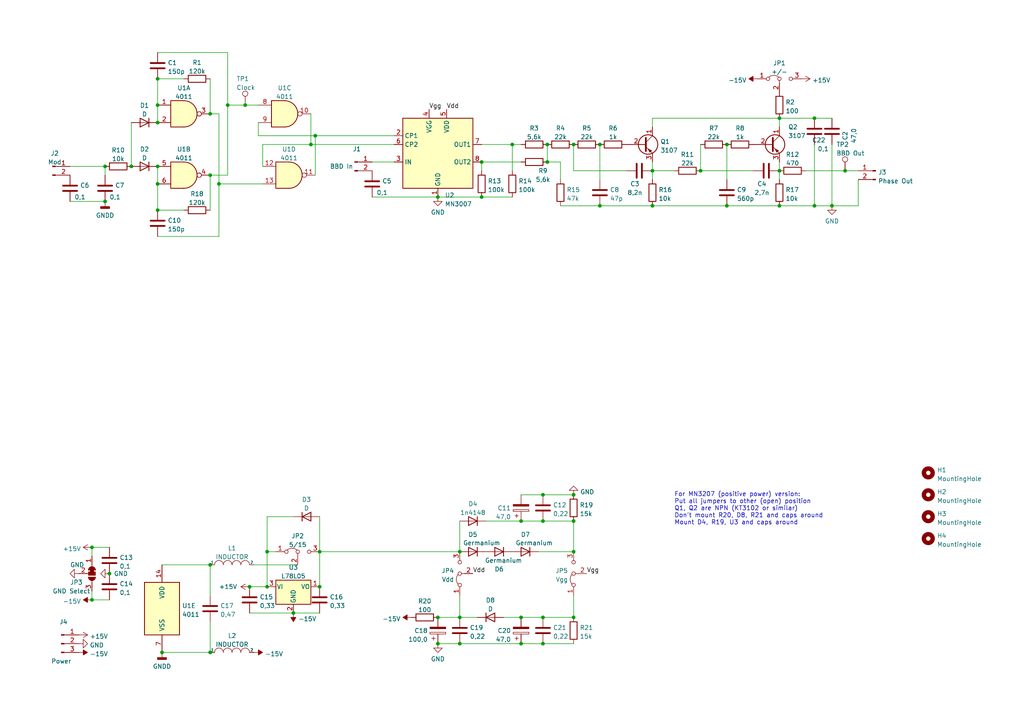
<source format=kicad_sch>
(kicad_sch (version 20211123) (generator eeschema)
  (paper "A4")
  (lib_symbols
    (symbol "4xxx:4011" (pin_names (offset 1.016))
      (property "Reference" "U" (at 0 1.27 0))
      (property "Value" "4011" (at 0 -1.27 0))
      (symbol "4011_1_1"
        (arc (start 0 -3.81) (mid 3.81 0) (end 0 3.81) (stroke (width 0.254)) (fill (type background)))
        (polyline (pts (xy 0 3.81) (xy -3.81 3.81) (xy -3.81 -3.81) (xy 0 -3.81)) (stroke (width 0.254)) (fill (type background)))
        (pin input line (at -7.62 2.54 0) (length 3.81) (name "~") (number "1"))
        (pin input line (at -7.62 -2.54 0) (length 3.81) (name "~") (number "2"))
        (pin output inverted (at 7.62 0 180) (length 3.81) (name "~") (number "3"))
      )
      (symbol "4011_1_2"
        (arc (start -3.81 -3.81) (mid -2.589 0) (end -3.81 3.81) (stroke (width 0.254)))
        (arc (start -0.6096 -3.81) (mid 2.1842 -2.5851) (end 3.81 0) (stroke (width 0.254)) (fill (type background)))
        (polyline (pts (xy -3.81 -3.81) (xy -0.635 -3.81)) (stroke (width 0.254)) (fill (type background)))
        (polyline (pts (xy -3.81 3.81) (xy -0.635 3.81)) (stroke (width 0.254)) (fill (type background)))
        (polyline (pts (xy -0.635 3.81) (xy -3.81 3.81) (xy -3.81 3.81) (xy -3.556 3.4036) (xy -3.0226 2.2606) (xy -2.6924 1.0414) (xy -2.6162 -0.254) (xy -2.7686 -1.4986) (xy -3.175 -2.7178) (xy -3.81 -3.81) (xy -3.81 -3.81) (xy -0.635 -3.81)) (stroke (width -25.4)) (fill (type background)))
        (arc (start 3.81 0) (mid 2.1915 2.5936) (end -0.6096 3.81) (stroke (width 0.254)) (fill (type background)))
        (pin input inverted (at -7.62 2.54 0) (length 4.318) (name "~") (number "1"))
        (pin input inverted (at -7.62 -2.54 0) (length 4.318) (name "~") (number "2"))
        (pin output line (at 7.62 0 180) (length 3.81) (name "~") (number "3"))
      )
      (symbol "4011_2_1"
        (arc (start 0 -3.81) (mid 3.81 0) (end 0 3.81) (stroke (width 0.254)) (fill (type background)))
        (polyline (pts (xy 0 3.81) (xy -3.81 3.81) (xy -3.81 -3.81) (xy 0 -3.81)) (stroke (width 0.254)) (fill (type background)))
        (pin output inverted (at 7.62 0 180) (length 3.81) (name "~") (number "4"))
        (pin input line (at -7.62 2.54 0) (length 3.81) (name "~") (number "5"))
        (pin input line (at -7.62 -2.54 0) (length 3.81) (name "~") (number "6"))
      )
      (symbol "4011_2_2"
        (arc (start -3.81 -3.81) (mid -2.589 0) (end -3.81 3.81) (stroke (width 0.254)))
        (arc (start -0.6096 -3.81) (mid 2.1842 -2.5851) (end 3.81 0) (stroke (width 0.254)) (fill (type background)))
        (polyline (pts (xy -3.81 -3.81) (xy -0.635 -3.81)) (stroke (width 0.254)) (fill (type background)))
        (polyline (pts (xy -3.81 3.81) (xy -0.635 3.81)) (stroke (width 0.254)) (fill (type background)))
        (polyline (pts (xy -0.635 3.81) (xy -3.81 3.81) (xy -3.81 3.81) (xy -3.556 3.4036) (xy -3.0226 2.2606) (xy -2.6924 1.0414) (xy -2.6162 -0.254) (xy -2.7686 -1.4986) (xy -3.175 -2.7178) (xy -3.81 -3.81) (xy -3.81 -3.81) (xy -0.635 -3.81)) (stroke (width -25.4)) (fill (type background)))
        (arc (start 3.81 0) (mid 2.1915 2.5936) (end -0.6096 3.81) (stroke (width 0.254)) (fill (type background)))
        (pin output line (at 7.62 0 180) (length 3.81) (name "~") (number "4"))
        (pin input inverted (at -7.62 2.54 0) (length 4.318) (name "~") (number "5"))
        (pin input inverted (at -7.62 -2.54 0) (length 4.318) (name "~") (number "6"))
      )
      (symbol "4011_3_1"
        (arc (start 0 -3.81) (mid 3.81 0) (end 0 3.81) (stroke (width 0.254)) (fill (type background)))
        (polyline (pts (xy 0 3.81) (xy -3.81 3.81) (xy -3.81 -3.81) (xy 0 -3.81)) (stroke (width 0.254)) (fill (type background)))
        (pin output inverted (at 7.62 0 180) (length 3.81) (name "~") (number "10"))
        (pin input line (at -7.62 2.54 0) (length 3.81) (name "~") (number "8"))
        (pin input line (at -7.62 -2.54 0) (length 3.81) (name "~") (number "9"))
      )
      (symbol "4011_3_2"
        (arc (start -3.81 -3.81) (mid -2.589 0) (end -3.81 3.81) (stroke (width 0.254)))
        (arc (start -0.6096 -3.81) (mid 2.1842 -2.5851) (end 3.81 0) (stroke (width 0.254)) (fill (type background)))
        (polyline (pts (xy -3.81 -3.81) (xy -0.635 -3.81)) (stroke (width 0.254)) (fill (type background)))
        (polyline (pts (xy -3.81 3.81) (xy -0.635 3.81)) (stroke (width 0.254)) (fill (type background)))
        (polyline (pts (xy -0.635 3.81) (xy -3.81 3.81) (xy -3.81 3.81) (xy -3.556 3.4036) (xy -3.0226 2.2606) (xy -2.6924 1.0414) (xy -2.6162 -0.254) (xy -2.7686 -1.4986) (xy -3.175 -2.7178) (xy -3.81 -3.81) (xy -3.81 -3.81) (xy -0.635 -3.81)) (stroke (width -25.4)) (fill (type background)))
        (arc (start 3.81 0) (mid 2.1915 2.5936) (end -0.6096 3.81) (stroke (width 0.254)) (fill (type background)))
        (pin output line (at 7.62 0 180) (length 3.81) (name "~") (number "10"))
        (pin input inverted (at -7.62 2.54 0) (length 4.318) (name "~") (number "8"))
        (pin input inverted (at -7.62 -2.54 0) (length 4.318) (name "~") (number "9"))
      )
      (symbol "4011_4_1"
        (arc (start 0 -3.81) (mid 3.81 0) (end 0 3.81) (stroke (width 0.254)) (fill (type background)))
        (polyline (pts (xy 0 3.81) (xy -3.81 3.81) (xy -3.81 -3.81) (xy 0 -3.81)) (stroke (width 0.254)) (fill (type background)))
        (pin output inverted (at 7.62 0 180) (length 3.81) (name "~") (number "11"))
        (pin input line (at -7.62 2.54 0) (length 3.81) (name "~") (number "12"))
        (pin input line (at -7.62 -2.54 0) (length 3.81) (name "~") (number "13"))
      )
      (symbol "4011_4_2"
        (arc (start -3.81 -3.81) (mid -2.589 0) (end -3.81 3.81) (stroke (width 0.254)))
        (arc (start -0.6096 -3.81) (mid 2.1842 -2.5851) (end 3.81 0) (stroke (width 0.254)) (fill (type background)))
        (polyline (pts (xy -3.81 -3.81) (xy -0.635 -3.81)) (stroke (width 0.254)) (fill (type background)))
        (polyline (pts (xy -3.81 3.81) (xy -0.635 3.81)) (stroke (width 0.254)) (fill (type background)))
        (polyline (pts (xy -0.635 3.81) (xy -3.81 3.81) (xy -3.81 3.81) (xy -3.556 3.4036) (xy -3.0226 2.2606) (xy -2.6924 1.0414) (xy -2.6162 -0.254) (xy -2.7686 -1.4986) (xy -3.175 -2.7178) (xy -3.81 -3.81) (xy -3.81 -3.81) (xy -0.635 -3.81)) (stroke (width -25.4)) (fill (type background)))
        (arc (start 3.81 0) (mid 2.1915 2.5936) (end -0.6096 3.81) (stroke (width 0.254)) (fill (type background)))
        (pin output line (at 7.62 0 180) (length 3.81) (name "~") (number "11"))
        (pin input inverted (at -7.62 2.54 0) (length 4.318) (name "~") (number "12"))
        (pin input inverted (at -7.62 -2.54 0) (length 4.318) (name "~") (number "13"))
      )
      (symbol "4011_5_0"
        (pin power_in line (at 0 12.7 270) (length 5.08) (name "VDD") (number "14"))
        (pin power_in line (at 0 -12.7 90) (length 5.08) (name "VSS") (number "7"))
      )
      (symbol "4011_5_1"
        (rectangle (start -5.08 7.62) (end 5.08 -7.62) (stroke (width 0.254)) (fill (type background)))
      )
    )
    (symbol "Audio:MN3007"
      (property "Reference" "U" (at -10.16 12.7 0))
      (property "Value" "MN3007" (at 10.16 -12.7 0))
      (symbol "MN3007_0_1"
        (rectangle (start -10.16 10.16) (end 10.16 -10.16) (stroke (width 0.254)) (fill (type background)))
      )
      (symbol "MN3007_1_1"
        (pin power_in line (at 0 -12.7 90) (length 2.54) (name "GND") (number "1"))
        (pin input line (at -12.7 5.08 0) (length 2.54) (name "CP1") (number "2"))
        (pin input line (at -12.7 -2.54 0) (length 2.54) (name "IN") (number "3"))
        (pin power_in line (at -2.54 12.7 270) (length 2.54) (name "VGG") (number "4"))
        (pin power_in line (at 2.54 12.7 270) (length 2.54) (name "VDD") (number "5"))
        (pin input line (at -12.7 2.54 0) (length 2.54) (name "CP2") (number "6"))
        (pin output line (at 12.7 2.54 180) (length 2.54) (name "OUT1") (number "7"))
        (pin output line (at 12.7 -2.54 180) (length 2.54) (name "OUT2") (number "8"))
      )
    )
    (symbol "Connector:Conn_01x02_Male" (pin_names (offset 1.016) hide)
      (property "Reference" "J" (at 0 2.54 0))
      (property "Value" "Conn_01x02_Male" (at 0 -5.08 0))
      (symbol "Conn_01x02_Male_1_1"
        (polyline (pts (xy 1.27 -2.54) (xy 0.8636 -2.54)) (stroke (width 0.1524)))
        (polyline (pts (xy 1.27 0) (xy 0.8636 0)) (stroke (width 0.1524)))
        (rectangle (start 0.8636 -2.413) (end 0 -2.667) (stroke (width 0.1524)) (fill (type outline)))
        (rectangle (start 0.8636 0.127) (end 0 -0.127) (stroke (width 0.1524)) (fill (type outline)))
        (pin passive line (at 5.08 0 180) (length 3.81) (name "Pin_1") (number "1"))
        (pin passive line (at 5.08 -2.54 180) (length 3.81) (name "Pin_2") (number "2"))
      )
    )
    (symbol "Connector:Conn_01x03_Male" (pin_names (offset 1.016) hide)
      (property "Reference" "J" (at 0 5.08 0))
      (property "Value" "Conn_01x03_Male" (at 0 -5.08 0))
      (symbol "Conn_01x03_Male_1_1"
        (polyline (pts (xy 1.27 -2.54) (xy 0.8636 -2.54)) (stroke (width 0.1524)))
        (polyline (pts (xy 1.27 0) (xy 0.8636 0)) (stroke (width 0.1524)))
        (polyline (pts (xy 1.27 2.54) (xy 0.8636 2.54)) (stroke (width 0.1524)))
        (rectangle (start 0.8636 -2.413) (end 0 -2.667) (stroke (width 0.1524)) (fill (type outline)))
        (rectangle (start 0.8636 0.127) (end 0 -0.127) (stroke (width 0.1524)) (fill (type outline)))
        (rectangle (start 0.8636 2.667) (end 0 2.413) (stroke (width 0.1524)) (fill (type outline)))
        (pin passive line (at 5.08 2.54 180) (length 3.81) (name "Pin_1") (number "1"))
        (pin passive line (at 5.08 0 180) (length 3.81) (name "Pin_2") (number "2"))
        (pin passive line (at 5.08 -2.54 180) (length 3.81) (name "Pin_3") (number "3"))
      )
    )
    (symbol "Connector:TestPoint" (pin_numbers hide) (pin_names (offset 0.762) hide)
      (property "Reference" "TP" (at 0 6.858 0))
      (property "Value" "TestPoint" (at 0 5.08 0))
      (symbol "TestPoint_0_1"
        (circle (center 0 3.302) (radius 0.762))
      )
      (symbol "TestPoint_1_1"
        (pin passive line (at 0 0 90) (length 2.54) (name "1") (number "1"))
      )
    )
    (symbol "Device:C" (pin_numbers hide) (pin_names (offset 0.254))
      (property "Reference" "C" (at 0.635 2.54 0))
      (property "Value" "C" (at 0.635 -2.54 0))
      (symbol "C_0_1"
        (polyline (pts (xy -2.032 -0.762) (xy 2.032 -0.762)) (stroke (width 0.508)))
        (polyline (pts (xy -2.032 0.762) (xy 2.032 0.762)) (stroke (width 0.508)))
      )
      (symbol "C_1_1"
        (pin passive line (at 0 3.81 270) (length 2.794) (name "~") (number "1"))
        (pin passive line (at 0 -3.81 90) (length 2.794) (name "~") (number "2"))
      )
    )
    (symbol "Device:C_Polarized" (pin_numbers hide) (pin_names (offset 0.254))
      (property "Reference" "C" (at 0.635 2.54 0))
      (property "Value" "C_Polarized" (at 0.635 -2.54 0))
      (symbol "C_Polarized_0_1"
        (rectangle (start -2.286 0.508) (end 2.286 1.016))
        (polyline (pts (xy -1.778 2.286) (xy -0.762 2.286)))
        (polyline (pts (xy -1.27 2.794) (xy -1.27 1.778)))
        (rectangle (start 2.286 -0.508) (end -2.286 -1.016) (fill (type outline)))
      )
      (symbol "C_Polarized_1_1"
        (pin passive line (at 0 3.81 270) (length 2.794) (name "~") (number "1"))
        (pin passive line (at 0 -3.81 90) (length 2.794) (name "~") (number "2"))
      )
    )
    (symbol "Device:D" (pin_numbers hide) (pin_names (offset 1.016) hide)
      (property "Reference" "D" (at 0 2.54 0))
      (property "Value" "D" (at 0 -2.54 0))
      (symbol "D_0_1"
        (polyline (pts (xy -1.27 1.27) (xy -1.27 -1.27)) (stroke (width 0.254)))
        (polyline (pts (xy 1.27 0) (xy -1.27 0)))
        (polyline (pts (xy 1.27 1.27) (xy 1.27 -1.27) (xy -1.27 0) (xy 1.27 1.27)) (stroke (width 0.254)))
      )
      (symbol "D_1_1"
        (pin passive line (at -3.81 0 0) (length 2.54) (name "K") (number "1"))
        (pin passive line (at 3.81 0 180) (length 2.54) (name "A") (number "2"))
      )
    )
    (symbol "Device:Q_PNP_CBE" (pin_names (offset 0) hide)
      (property "Reference" "Q" (at 5.08 1.27 0))
      (property "Value" "Q_PNP_CBE" (at 5.08 -1.27 0))
      (symbol "Q_PNP_CBE_0_1"
        (polyline (pts (xy 0.635 0.635) (xy 2.54 2.54)))
        (polyline (pts (xy 0.635 -0.635) (xy 2.54 -2.54) (xy 2.54 -2.54)))
        (polyline (pts (xy 0.635 1.905) (xy 0.635 -1.905) (xy 0.635 -1.905)) (stroke (width 0.508)))
        (polyline (pts (xy 2.286 -1.778) (xy 1.778 -2.286) (xy 1.27 -1.27) (xy 2.286 -1.778) (xy 2.286 -1.778)) (fill (type outline)))
        (circle (center 1.27 0) (radius 2.8194) (stroke (width 0.254)))
      )
      (symbol "Q_PNP_CBE_1_1"
        (pin passive line (at 2.54 5.08 270) (length 2.54) (name "C") (number "1"))
        (pin input line (at -5.08 0 0) (length 5.715) (name "B") (number "2"))
        (pin passive line (at 2.54 -5.08 90) (length 2.54) (name "E") (number "3"))
      )
    )
    (symbol "Device:R" (pin_numbers hide) (pin_names (offset 0))
      (property "Reference" "R" (at 2.032 0 90))
      (property "Value" "R" (at 0 0 90))
      (symbol "R_0_1"
        (rectangle (start -1.016 -2.54) (end 1.016 2.54) (stroke (width 0.254)))
      )
      (symbol "R_1_1"
        (pin passive line (at 0 3.81 270) (length 1.27) (name "~") (number "1"))
        (pin passive line (at 0 -3.81 90) (length 1.27) (name "~") (number "2"))
      )
    )
    (symbol "Jumper:Jumper_3_Bridged12" (pin_names (offset 0) hide)
      (property "Reference" "JP" (at -2.54 -2.54 0))
      (property "Value" "Jumper_3_Bridged12" (at 0 2.794 0))
      (symbol "Jumper_3_Bridged12_0_0"
        (circle (center -3.302 0) (radius 0.508))
        (circle (center 0 0) (radius 0.508))
        (circle (center 3.302 0) (radius 0.508))
      )
      (symbol "Jumper_3_Bridged12_0_1"
        (arc (start -0.254 0.508) (mid -1.651 0.9912) (end -3.048 0.508))
        (polyline (pts (xy 0 -1.27) (xy 0 -0.508)))
      )
      (symbol "Jumper_3_Bridged12_1_1"
        (pin passive line (at -6.35 0 0) (length 2.54) (name "A") (number "1"))
        (pin passive line (at 0 -3.81 90) (length 2.54) (name "C") (number "2"))
        (pin passive line (at 6.35 0 180) (length 2.54) (name "B") (number "3"))
      )
    )
    (symbol "Jumper:SolderJumper_3_Bridged12" (pin_names (offset 0) hide)
      (property "Reference" "JP" (at -2.54 -2.54 0))
      (property "Value" "SolderJumper_3_Bridged12" (at 0 2.794 0))
      (symbol "SolderJumper_3_Bridged12_0_1"
        (rectangle (start -1.016 0.508) (end -0.508 -0.508) (fill (type outline)))
        (arc (start -1.016 1.016) (mid -2.032 0) (end -1.016 -1.016))
        (arc (start -1.016 1.016) (mid -2.032 0) (end -1.016 -1.016) (fill (type outline)))
        (rectangle (start -0.508 1.016) (end 0.508 -1.016) (fill (type outline)))
        (polyline (pts (xy -2.54 0) (xy -2.032 0)))
        (polyline (pts (xy -1.016 1.016) (xy -1.016 -1.016)))
        (polyline (pts (xy 0 -1.27) (xy 0 -1.016)))
        (polyline (pts (xy 1.016 1.016) (xy 1.016 -1.016)))
        (polyline (pts (xy 2.54 0) (xy 2.032 0)))
        (arc (start 1.016 -1.016) (mid 2.032 0) (end 1.016 1.016))
        (arc (start 1.016 -1.016) (mid 2.032 0) (end 1.016 1.016) (fill (type outline)))
      )
      (symbol "SolderJumper_3_Bridged12_1_1"
        (pin passive line (at -5.08 0 0) (length 2.54) (name "A") (number "1"))
        (pin passive line (at 0 -3.81 90) (length 2.54) (name "C") (number "2"))
        (pin passive line (at 5.08 0 180) (length 2.54) (name "B") (number "3"))
      )
    )
    (symbol "Mechanical:MountingHole" (pin_names (offset 1.016))
      (property "Reference" "H" (at 0 5.08 0))
      (property "Value" "MountingHole" (at 0 3.175 0))
      (symbol "MountingHole_0_1"
        (circle (center 0 0) (radius 1.27) (stroke (width 1.27)))
      )
    )
    (symbol "Regulator_Linear:L78L05_TO92" (pin_names (offset 0.254))
      (property "Reference" "U" (at -3.81 3.175 0))
      (property "Value" "L78L05_TO92" (at 0 3.175 0))
      (symbol "L78L05_TO92_0_1"
        (rectangle (start -5.08 -5.08) (end 5.08 1.905) (stroke (width 0.254)) (fill (type background)))
      )
      (symbol "L78L05_TO92_1_1"
        (pin power_out line (at 7.62 0 180) (length 2.54) (name "VO") (number "1"))
        (pin power_in line (at 0 -7.62 90) (length 2.54) (name "GND") (number "2"))
        (pin power_in line (at -7.62 0 0) (length 2.54) (name "VI") (number "3"))
      )
    )
    (symbol "power:+15V" (power) (pin_names (offset 0))
      (property "Value" "+15V" (at 0 3.556 0))
      (symbol "+15V_0_1"
        (polyline (pts (xy -0.762 1.27) (xy 0 2.54)))
        (polyline (pts (xy 0 0) (xy 0 2.54)))
        (polyline (pts (xy 0 2.54) (xy 0.762 1.27)))
      )
      (symbol "+15V_1_1"
        (pin power_in line (at 0 0 90) (length 0) hide (name "+15V") (number "1"))
      )
    )
    (symbol "power:-15V" (power) (pin_names (offset 0))
      (property "Value" "-15V" (at 0 3.81 0))
      (symbol "-15V_0_0"
        (pin power_in line (at 0 0 90) (length 0) hide (name "-15V") (number "1"))
      )
      (symbol "-15V_0_1"
        (polyline (pts (xy 0 0) (xy 0 1.27) (xy 0.762 1.27) (xy 0 2.54) (xy -0.762 1.27) (xy 0 1.27)) (fill (type outline)))
      )
    )
    (symbol "power:GND" (power) (pin_names (offset 0))
      (property "Value" "GND" (at 0 -3.81 0))
      (symbol "GND_0_1"
        (polyline (pts (xy 0 0) (xy 0 -1.27) (xy 1.27 -1.27) (xy 0 -2.54) (xy -1.27 -1.27) (xy 0 -1.27)))
      )
      (symbol "GND_1_1"
        (pin power_in line (at 0 0 270) (length 0) hide (name "GND") (number "1"))
      )
    )
    (symbol "power:GNDD" (power) (pin_names (offset 0))
      (property "Value" "GNDD" (at 0 -3.175 0))
      (symbol "GNDD_0_1"
        (rectangle (start -1.27 -1.524) (end 1.27 -2.032) (stroke (width 0.254)) (fill (type outline)))
        (polyline (pts (xy 0 0) (xy 0 -1.524)))
      )
      (symbol "GNDD_1_1"
        (pin power_in line (at 0 0 270) (length 0) hide (name "GNDD") (number "1"))
      )
    )
    (symbol "pspice:INDUCTOR" (pin_numbers hide) (pin_names (offset 0))
      (property "Reference" "L" (at 0 2.54 0))
      (property "Value" "INDUCTOR" (at 0 -1.27 0))
      (symbol "INDUCTOR_0_1"
        (arc (start -2.54 0) (mid -3.81 1.27) (end -5.08 0))
        (arc (start 0 0) (mid -1.27 1.27) (end -2.54 0))
        (arc (start 2.54 0) (mid 1.27 1.27) (end 0 0))
        (arc (start 5.08 0) (mid 3.81 1.27) (end 2.54 0))
      )
      (symbol "INDUCTOR_1_1"
        (pin input line (at -6.35 0 0) (length 1.27) (name "1") (number "1"))
        (pin input line (at 6.35 0 180) (length 1.27) (name "2") (number "2"))
      )
    )
  )
  (junction (at 66.04 30.48))
  (junction (at 85.09 177.8))
  (junction (at 60.96 50.8))
  (junction (at 30.48 58.42))
  (junction (at 148.59 41.91))
  (junction (at 241.3 59.69))
  (junction (at 226.06 34.29))
  (junction (at 226.06 49.53))
  (junction (at 189.23 49.53))
  (junction (at 139.7 46.99))
  (junction (at 173.99 41.91))
  (junction (at 166.37 160.02))
  (junction (at 158.75 46.99))
  (junction (at 77.47 170.18))
  (junction (at 127 179.07))
  (junction (at 166.37 41.91))
  (junction (at 157.48 186.69))
  (junction (at 60.96 163.83))
  (junction (at 203.2 49.53))
  (junction (at 245.11 49.53))
  (junction (at 45.72 53.34))
  (junction (at 236.22 59.69))
  (junction (at 60.96 33.02))
  (junction (at 92.71 170.18))
  (junction (at 77.47 160.02))
  (junction (at 127 57.15))
  (junction (at 157.48 151.13))
  (junction (at 173.99 59.69))
  (junction (at 92.71 160.02))
  (junction (at 236.22 34.29))
  (junction (at 151.13 179.07))
  (junction (at 127 186.69))
  (junction (at 30.48 48.26))
  (junction (at 45.72 35.56))
  (junction (at 166.37 143.51))
  (junction (at 45.72 60.96))
  (junction (at 26.67 173.99))
  (junction (at 210.82 59.69))
  (junction (at 63.5 53.34))
  (junction (at 45.72 48.26))
  (junction (at 38.1 48.26))
  (junction (at 157.48 143.51))
  (junction (at 72.39 170.18))
  (junction (at 157.48 179.07))
  (junction (at 139.7 57.15))
  (junction (at 45.72 30.48))
  (junction (at 71.12 30.48))
  (junction (at 189.23 59.69))
  (junction (at 166.37 151.13))
  (junction (at 133.35 160.02))
  (junction (at 133.35 179.07))
  (junction (at 166.37 179.07))
  (junction (at 210.82 41.91))
  (junction (at 45.72 22.86))
  (junction (at 226.06 59.69))
  (junction (at 90.17 41.91))
  (junction (at 26.67 158.75))
  (junction (at 31.75 166.37))
  (junction (at 158.75 41.91))
  (junction (at 151.13 186.69))
  (junction (at 133.35 186.69))
  (junction (at 151.13 151.13))
  (junction (at 46.99 189.23))
  (junction (at 60.96 189.23))
  (junction (at 91.44 39.37))
  (wire (pts (xy 45.72 30.48) (xy 45.72 35.56)))
  (wire (pts (xy 162.56 46.99) (xy 158.75 46.99)))
  (wire (pts (xy 162.56 59.69) (xy 173.99 59.69)))
  (wire (pts (xy 53.34 60.96) (xy 45.72 60.96)))
  (wire (pts (xy 45.72 60.96) (xy 45.72 53.34)))
  (wire (pts (xy 45.72 48.26) (xy 45.72 53.34)))
  (wire (pts (xy 140.97 151.13) (xy 151.13 151.13)))
  (wire (pts (xy 72.39 170.18) (xy 77.47 170.18)))
  (wire (pts (xy 162.56 52.07) (xy 162.56 46.99)))
  (wire (pts (xy 189.23 49.53) (xy 189.23 52.07)))
  (wire (pts (xy 26.67 158.75) (xy 26.67 161.29)))
  (wire (pts (xy 127 186.69) (xy 133.35 186.69)))
  (wire (pts (xy 173.99 59.69) (xy 189.23 59.69)))
  (wire (pts (xy 218.44 49.53) (xy 203.2 49.53)))
  (wire (pts (xy 74.93 39.37) (xy 91.44 39.37)))
  (wire (pts (xy 166.37 172.72) (xy 166.37 179.07)))
  (wire (pts (xy 151.13 151.13) (xy 157.48 151.13)))
  (wire (pts (xy 85.09 177.8) (xy 92.71 177.8)))
  (wire (pts (xy 53.34 22.86) (xy 45.72 22.86)))
  (wire (pts (xy 210.82 59.69) (xy 226.06 59.69)))
  (wire (pts (xy 26.67 158.75) (xy 31.75 158.75)))
  (wire (pts (xy 139.7 46.99) (xy 139.7 49.53)))
  (wire (pts (xy 133.35 172.72) (xy 133.35 179.07)))
  (wire (pts (xy 92.71 149.86) (xy 92.71 160.02)))
  (wire (pts (xy 166.37 151.13) (xy 166.37 160.02)))
  (wire (pts (xy 133.35 179.07) (xy 138.43 179.07)))
  (wire (pts (xy 146.05 179.07) (xy 151.13 179.07)))
  (wire (pts (xy 60.96 163.83) (xy 60.96 172.72)))
  (wire (pts (xy 127 57.15) (xy 139.7 57.15)))
  (wire (pts (xy 173.99 41.91) (xy 173.99 52.07)))
  (wire (pts (xy 63.5 53.34) (xy 63.5 33.02)))
  (wire (pts (xy 45.72 15.24) (xy 66.04 15.24)))
  (wire (pts (xy 226.06 46.99) (xy 226.06 49.53)))
  (wire (pts (xy 46.99 163.83) (xy 60.96 163.83)))
  (wire (pts (xy 91.44 39.37) (xy 114.3 39.37)))
  (wire (pts (xy 245.11 49.53) (xy 248.92 49.53)))
  (wire (pts (xy 151.13 143.51) (xy 157.48 143.51)))
  (wire (pts (xy 156.21 160.02) (xy 166.37 160.02)))
  (wire (pts (xy 107.95 46.99) (xy 114.3 46.99)))
  (wire (pts (xy 189.23 36.83) (xy 189.23 34.29)))
  (wire (pts (xy 66.04 15.24) (xy 66.04 30.48)))
  (wire (pts (xy 248.92 52.07) (xy 248.92 59.69)))
  (wire (pts (xy 73.66 163.83) (xy 86.36 163.83)))
  (wire (pts (xy 236.22 41.91) (xy 236.22 59.69)))
  (wire (pts (xy 133.35 151.13) (xy 133.35 160.02)))
  (wire (pts (xy 85.09 149.86) (xy 77.47 149.86)))
  (wire (pts (xy 90.17 41.91) (xy 114.3 41.91)))
  (wire (pts (xy 77.47 160.02) (xy 77.47 170.18)))
  (wire (pts (xy 181.61 49.53) (xy 166.37 49.53)))
  (wire (pts (xy 107.95 57.15) (xy 127 57.15)))
  (wire (pts (xy 74.93 30.48) (xy 71.12 30.48)))
  (wire (pts (xy 226.06 34.29) (xy 226.06 36.83)))
  (wire (pts (xy 241.3 41.91) (xy 241.3 59.69)))
  (wire (pts (xy 91.44 39.37) (xy 91.44 50.8)))
  (wire (pts (xy 30.48 50.8) (xy 30.48 48.26)))
  (wire (pts (xy 20.32 48.26) (xy 30.48 48.26)))
  (wire (pts (xy 45.72 68.58) (xy 63.5 68.58)))
  (wire (pts (xy 233.68 49.53) (xy 245.11 49.53)))
  (wire (pts (xy 157.48 143.51) (xy 166.37 143.51)))
  (wire (pts (xy 72.39 177.8) (xy 85.09 177.8)))
  (wire (pts (xy 148.59 41.91) (xy 151.13 41.91)))
  (wire (pts (xy 76.2 41.91) (xy 76.2 48.26)))
  (wire (pts (xy 236.22 59.69) (xy 226.06 59.69)))
  (wire (pts (xy 92.71 160.02) (xy 92.71 170.18)))
  (wire (pts (xy 139.7 46.99) (xy 151.13 46.99)))
  (wire (pts (xy 26.67 171.45) (xy 26.67 173.99)))
  (wire (pts (xy 166.37 49.53) (xy 166.37 41.91)))
  (wire (pts (xy 20.32 58.42) (xy 30.48 58.42)))
  (wire (pts (xy 157.48 179.07) (xy 166.37 179.07)))
  (wire (pts (xy 203.2 49.53) (xy 203.2 41.91)))
  (wire (pts (xy 80.01 160.02) (xy 77.47 160.02)))
  (wire (pts (xy 139.7 57.15) (xy 148.59 57.15)))
  (wire (pts (xy 151.13 186.69) (xy 157.48 186.69)))
  (wire (pts (xy 63.5 68.58) (xy 63.5 53.34)))
  (wire (pts (xy 92.71 160.02) (xy 133.35 160.02)))
  (wire (pts (xy 133.35 186.69) (xy 151.13 186.69)))
  (wire (pts (xy 60.96 189.23) (xy 60.96 180.34)))
  (wire (pts (xy 46.99 189.23) (xy 60.96 189.23)))
  (wire (pts (xy 26.67 173.99) (xy 31.75 173.99)))
  (wire (pts (xy 127 179.07) (xy 133.35 179.07)))
  (wire (pts (xy 139.7 41.91) (xy 148.59 41.91)))
  (wire (pts (xy 236.22 34.29) (xy 241.3 34.29)))
  (wire (pts (xy 226.06 34.29) (xy 236.22 34.29)))
  (wire (pts (xy 210.82 41.91) (xy 210.82 52.07)))
  (wire (pts (xy 195.58 49.53) (xy 189.23 49.53)))
  (wire (pts (xy 38.1 35.56) (xy 38.1 48.26)))
  (wire (pts (xy 248.92 59.69) (xy 241.3 59.69)))
  (wire (pts (xy 66.04 30.48) (xy 71.12 30.48)))
  (wire (pts (xy 157.48 186.69) (xy 166.37 186.69)))
  (wire (pts (xy 90.17 41.91) (xy 76.2 41.91)))
  (wire (pts (xy 189.23 59.69) (xy 210.82 59.69)))
  (wire (pts (xy 241.3 59.69) (xy 236.22 59.69)))
  (wire (pts (xy 63.5 53.34) (xy 76.2 53.34)))
  (wire (pts (xy 66.04 30.48) (xy 66.04 50.8)))
  (wire (pts (xy 77.47 149.86) (xy 77.47 160.02)))
  (wire (pts (xy 66.04 50.8) (xy 60.96 50.8)))
  (wire (pts (xy 226.06 49.53) (xy 226.06 52.07)))
  (wire (pts (xy 189.23 46.99) (xy 189.23 49.53)))
  (wire (pts (xy 148.59 41.91) (xy 148.59 49.53)))
  (wire (pts (xy 74.93 35.56) (xy 74.93 39.37)))
  (wire (pts (xy 157.48 151.13) (xy 166.37 151.13)))
  (wire (pts (xy 63.5 33.02) (xy 60.96 33.02)))
  (wire (pts (xy 158.75 41.91) (xy 158.75 46.99)))
  (wire (pts (xy 60.96 22.86) (xy 60.96 33.02)))
  (wire (pts (xy 90.17 33.02) (xy 90.17 41.91)))
  (wire (pts (xy 60.96 50.8) (xy 60.96 60.96)))
  (wire (pts (xy 189.23 34.29) (xy 226.06 34.29)))
  (wire (pts (xy 151.13 179.07) (xy 157.48 179.07)))
  (wire (pts (xy 45.72 22.86) (xy 45.72 30.48)))
  (text "For MN3207 (positive power) version:\nPut all jumpers to other (open) position\nQ1, Q2 are NPN (КТ3102 or similar)\nDon't mount R20, D8, R21 and caps around\nMount D4, R19, U3 and caps around" (at 195.58 152.4 0) (effects (font (size 1.27 1.27)) (justify left bottom)))
  (label "Vdd" (at 137.16 166.37 0))
  (label "Vdd" (at 129.54 31.75 0))
  (label "Vgg" (at 124.46 31.75 0))
  (label "Vgg" (at 170.18 166.37 0))
  (symbol (lib_id "Connector:Conn_01x02_Male") (at 102.87 46.99 0) (unit 1)
    (property "Reference" "J1" (at 103.505 43.214 0))
    (property "Value" "BBD In" (at 99.06 48.26 0))
    (property "Footprint" "Connector_PinHeader_2.54mm:PinHeader_1x02_P2.54mm_Vertical" (effects hide))
  )
  (symbol (lib_id "Device:C_Polarized") (at 151.13 147.32 0) (mirror x) (unit 1)
    (property "Reference" "C11" (at 148.2091 147.3743 0) (effects (justify right)))
    (property "Value" "47,0" (at 148.2091 149.9112 0) (effects (justify right)))
    (property "Footprint" "Capacitor_SMD:C_Elec_6.3x5.8" (effects hide))
  )
  (symbol (lib_id "Device:D") (at 142.24 179.07 0) (unit 1)
    (property "Reference" "D8" (at 142.24 174.1002 0))
    (property "Value" "D" (at 142.24 176.6371 0))
    (property "Footprint" "Diode_SMD:D_MiniMELF_Handsoldering" (effects hide))
  )
  (symbol (lib_id "4xxx:4011") (at 46.99 176.53 0) (unit 5)
    (property "Reference" "U1" (at 52.832 175.6953 0) (effects (justify left)))
    (property "Value" "4011" (at 52.832 178.2322 0) (effects (justify left)))
    (property "Footprint" "Package_DIP:DIP-14_W7.62mm" (effects hide))
    (property "Datasheet" "http://www.intersil.com/content/dam/Intersil/documents/cd40/cd4011bms-12bms-23bms.pdf" (effects hide))
  )
  (symbol (lib_id "Device:D") (at 144.78 160.02 180) (unit 1)
    (property "Reference" "D6" (at 144.78 165.1 0))
    (property "Value" "Germanium" (at 146.05 162.56 0))
    (property "Footprint" "Diode_THT:D_5W_P12.70mm_Horizontal" (effects hide))
  )
  (symbol (lib_id "power:GND") (at 127 57.15 0) (unit 1)
    (property "Reference" "#PWR0119" (effects hide))
    (property "Value" "GND" (at 127 61.5934 0))
  )
  (symbol (lib_id "Device:C_Polarized") (at 151.13 182.88 0) (mirror x) (unit 1)
    (property "Reference" "C20" (at 148.2091 182.9343 0) (effects (justify right)))
    (property "Value" "47,0" (at 148.2091 185.4712 0) (effects (justify right)))
    (property "Footprint" "Capacitor_SMD:C_Elec_6.3x5.8" (effects hide))
  )
  (symbol (lib_id "Audio:MN3007") (at 127 44.45 0) (unit 1)
    (property "Reference" "U2" (at 129.0194 56.6404 0) (effects (justify left)))
    (property "Value" "MN3007" (at 129.0194 59.1773 0) (effects (justify left)))
    (property "Footprint" "Package_DIP:DIP-8_W7.62mm" (effects hide))
    (property "Datasheet" "http://www.experimentalistsanonymous.com/diy/Datasheets/MN3007.pdf" (effects hide))
  )
  (symbol (lib_id "power:-15V") (at 119.38 179.07 90) (unit 1)
    (property "Reference" "#PWR0102" (effects hide))
    (property "Value" "-15V" (at 116.205 179.5038 90) (effects (justify left)))
  )
  (symbol (lib_id "power:-15V") (at 219.71 22.86 90) (unit 1)
    (property "Reference" "#PWR0117" (effects hide))
    (property "Value" "-15V" (at 216.535 23.2938 90) (effects (justify left)))
  )
  (symbol (lib_id "Device:D") (at 41.91 48.26 180) (unit 1)
    (property "Reference" "D2" (at 41.91 43.2902 0))
    (property "Value" "D" (at 41.91 45.8271 0))
    (property "Footprint" "Diode_SMD:D_MiniMELF_Handsoldering" (effects hide))
  )
  (symbol (lib_id "Connector:Conn_01x02_Male") (at 254 49.53 0) (mirror y) (unit 1)
    (property "Reference" "J3" (at 254.7112 49.9653 0) (effects (justify right)))
    (property "Value" "Phase Out" (at 254.7112 52.5022 0) (effects (justify right)))
    (property "Footprint" "Connector_PinHeader_2.54mm:PinHeader_1x02_P2.54mm_Vertical" (effects hide))
  )
  (symbol (lib_id "Device:R") (at 177.8 41.91 90) (unit 1)
    (property "Reference" "R6" (at 177.8 37.1942 90))
    (property "Value" "1k" (at 177.8 39.7311 90))
    (property "Footprint" "Resistor_SMD:R_1206_3216Metric_Pad1.30x1.75mm_HandSolder" (effects hide))
  )
  (symbol (lib_id "Device:Q_PNP_CBE") (at 223.52 41.91 0) (unit 1)
    (property "Reference" "Q2" (at 228.6 36.83 0) (effects (justify left)))
    (property "Value" "3107" (at 228.6 39.37 0) (effects (justify left)))
    (property "Footprint" "Package_TO_SOT_THT:TO-92" (effects hide))
  )
  (symbol (lib_id "power:GND") (at 22.86 166.37 270) (unit 1)
    (property "Reference" "#PWR0112" (effects hide))
    (property "Value" "GND" (at 20.32 163.83 90) (effects (justify left)))
  )
  (symbol (lib_id "Regulator_Linear:L78L05_TO92") (at 85.09 170.18 0) (unit 1)
    (property "Reference" "U3" (at 85.09 164.5752 0))
    (property "Value" "L78L05" (at 85.09 167.1121 0))
    (property "Footprint" "Package_TO_SOT_THT:TO-92_Inline" (effects hide))
    (property "Datasheet" "http://www.st.com/content/ccc/resource/technical/document/datasheet/15/55/e5/aa/23/5b/43/fd/CD00000446.pdf/files/CD00000446.pdf/jcr:content/translations/en.CD00000446.pdf" (effects hide))
  )
  (symbol (lib_id "Device:R") (at 154.94 46.99 270) (unit 1)
    (property "Reference" "R9" (at 157.48 49.53 90))
    (property "Value" "5,6k" (at 157.48 52.07 90))
    (property "Footprint" "Resistor_SMD:R_1206_3216Metric_Pad1.30x1.75mm_HandSolder" (effects hide))
  )
  (symbol (lib_id "4xxx:4011") (at 53.34 50.8 0) (unit 2)
    (property "Reference" "U1" (at 53.34 43.2902 0))
    (property "Value" "4011" (at 53.34 45.8271 0))
    (property "Footprint" "Package_DIP:DIP-14_W7.62mm" (effects hide))
    (property "Datasheet" "http://www.intersil.com/content/dam/Intersil/documents/cd40/cd4011bms-12bms-23bms.pdf" (effects hide))
  )
  (symbol (lib_id "Device:C_Polarized") (at 127 182.88 0) (mirror x) (unit 1)
    (property "Reference" "C18" (at 124.0791 182.9343 0) (effects (justify right)))
    (property "Value" "100,0" (at 124.0791 185.4712 0) (effects (justify right)))
    (property "Footprint" "Capacitor_SMD:C_Elec_6.3x5.8" (effects hide))
  )
  (symbol (lib_id "power:-15V") (at 85.09 177.8 180) (unit 1)
    (property "Reference" "#PWR0105" (effects hide))
    (property "Value" "-15V" (at 86.487 179.5038 0) (effects (justify right)))
  )
  (symbol (lib_id "Device:C") (at 31.75 162.56 0) (unit 1)
    (property "Reference" "C13" (at 34.671 161.7253 0) (effects (justify left)))
    (property "Value" "0,1" (at 34.671 164.2622 0) (effects (justify left)))
    (property "Footprint" "Capacitor_SMD:C_1206_3216Metric_Pad1.33x1.80mm_HandSolder" (effects hide))
  )
  (symbol (lib_id "Device:R") (at 162.56 55.88 180) (unit 1)
    (property "Reference" "R15" (at 164.338 55.0453 0) (effects (justify right)))
    (property "Value" "47k" (at 164.338 57.5822 0) (effects (justify right)))
    (property "Footprint" "Resistor_SMD:R_1206_3216Metric_Pad1.30x1.75mm_HandSolder" (effects hide))
  )
  (symbol (lib_id "Device:C") (at 60.96 176.53 0) (unit 1)
    (property "Reference" "C17" (at 63.881 175.6953 0) (effects (justify left)))
    (property "Value" "0,47" (at 63.881 178.2322 0) (effects (justify left)))
    (property "Footprint" "Capacitor_SMD:C_0805_2012Metric_Pad1.18x1.45mm_HandSolder" (effects hide))
  )
  (symbol (lib_id "Device:R") (at 139.7 53.34 180) (unit 1)
    (property "Reference" "R13" (at 141.478 52.5053 0) (effects (justify right)))
    (property "Value" "100k" (at 141.478 55.0422 0) (effects (justify right)))
    (property "Footprint" "Resistor_SMD:R_1206_3216Metric_Pad1.30x1.75mm_HandSolder" (effects hide))
  )
  (symbol (lib_id "pspice:INDUCTOR") (at 67.31 163.83 0) (unit 1)
    (property "Reference" "L1" (at 67.31 158.9872 0))
    (property "Value" "INDUCTOR" (at 67.31 161.5241 0))
    (property "Footprint" "Inductor_THT:L_Radial_D10.0mm_P5.00mm_Fastron_07P" (effects hide))
  )
  (symbol (lib_id "power:+15V") (at 232.41 22.86 270) (unit 1)
    (property "Reference" "#PWR0116" (effects hide))
    (property "Value" "+15V" (at 235.585 23.2938 90) (effects (justify left)))
  )
  (symbol (lib_id "Connector:TestPoint") (at 245.11 49.53 0) (unit 1)
    (property "Reference" "TP2" (at 242.57 41.91 0) (effects (justify left)))
    (property "Value" "BBD Out" (at 242.57 44.45 0) (effects (justify left)))
    (property "Footprint" "Connector_PinHeader_2.54mm:PinHeader_1x01_P2.54mm_Vertical" (effects hide))
  )
  (symbol (lib_id "power:+15V") (at 26.67 158.75 90) (unit 1)
    (property "Reference" "#PWR0107" (effects hide))
    (property "Value" "+15V" (at 23.495 159.1838 90) (effects (justify left)))
  )
  (symbol (lib_id "Device:C") (at 210.82 55.88 180) (unit 1)
    (property "Reference" "C9" (at 213.741 55.0453 0) (effects (justify right)))
    (property "Value" "560p" (at 213.741 57.5822 0) (effects (justify right)))
    (property "Footprint" "Capacitor_THT:C_Disc_D5.0mm_W2.5mm_P2.50mm" (effects hide))
  )
  (symbol (lib_id "Connector:Conn_01x02_Male") (at 15.24 48.26 0) (unit 1)
    (property "Reference" "J2" (at 15.875 44.484 0))
    (property "Value" "Mod" (at 15.875 47.0209 0))
    (property "Footprint" "Connector_PinHeader_2.54mm:PinHeader_1x02_P2.54mm_Vertical" (effects hide))
  )
  (symbol (lib_id "Jumper:SolderJumper_3_Bridged12") (at 26.67 166.37 270) (unit 1)
    (property "Reference" "JP3" (at 20.32 168.91 90) (effects (justify left)))
    (property "Value" "GND Select" (at 15.24 171.45 90) (effects (justify left)))
    (property "Footprint" "Connector_PinHeader_2.54mm:PinHeader_1x03_P2.54mm_Vertical" (effects hide))
  )
  (symbol (lib_id "power:GNDD") (at 46.99 189.23 0) (unit 1)
    (property "Reference" "#PWR0111" (effects hide))
    (property "Value" "GNDD" (at 46.99 193.2924 0))
  )
  (symbol (lib_id "Device:C") (at 45.72 19.05 0) (unit 1)
    (property "Reference" "C1" (at 48.641 18.2153 0) (effects (justify left)))
    (property "Value" "150p" (at 48.641 20.7522 0) (effects (justify left)))
    (property "Footprint" "Capacitor_THT:C_Disc_D5.0mm_W2.5mm_P2.50mm" (effects hide))
  )
  (symbol (lib_id "Device:R") (at 166.37 147.32 0) (unit 1)
    (property "Reference" "R19" (at 168.148 146.4853 0) (effects (justify left)))
    (property "Value" "15k" (at 168.148 149.0222 0) (effects (justify left)))
    (property "Footprint" "Resistor_SMD:R_1206_3216Metric_Pad1.30x1.75mm_HandSolder" (effects hide))
  )
  (symbol (lib_id "Device:C") (at 157.48 147.32 0) (unit 1)
    (property "Reference" "C12" (at 160.401 146.4853 0) (effects (justify left)))
    (property "Value" "0,22" (at 160.401 149.0222 0) (effects (justify left)))
    (property "Footprint" "Capacitor_SMD:C_0805_2012Metric_Pad1.18x1.45mm_HandSolder" (effects hide))
  )
  (symbol (lib_id "Device:R") (at 57.15 60.96 90) (unit 1)
    (property "Reference" "R18" (at 57.15 56.2442 90))
    (property "Value" "120k" (at 57.15 58.7811 90))
    (property "Footprint" "Resistor_SMD:R_1206_3216Metric_Pad1.30x1.75mm_HandSolder" (effects hide))
  )
  (symbol (lib_id "power:GND") (at 31.75 166.37 270) (unit 1)
    (property "Reference" "#PWR0114" (effects hide))
    (property "Value" "GND" (at 33.02 166.37 90) (effects (justify left)))
  )
  (symbol (lib_id "4xxx:4011") (at 82.55 33.02 0) (unit 3)
    (property "Reference" "U1" (at 82.55 25.5102 0))
    (property "Value" "4011" (at 82.55 28.0471 0))
    (property "Footprint" "Package_DIP:DIP-14_W7.62mm" (effects hide))
    (property "Datasheet" "http://www.intersil.com/content/dam/Intersil/documents/cd40/cd4011bms-12bms-23bms.pdf" (effects hide))
  )
  (symbol (lib_id "Device:C") (at 185.42 49.53 90) (unit 1)
    (property "Reference" "C3" (at 184.15 53.34 90))
    (property "Value" "8,2n" (at 184.15 55.88 90))
    (property "Footprint" "Capacitor_THT:C_Disc_D5.0mm_W2.5mm_P2.50mm" (effects hide))
  )
  (symbol (lib_id "power:-15V") (at 22.86 189.23 270) (unit 1)
    (property "Reference" "#PWR0109" (effects hide))
    (property "Value" "-15V" (at 26.035 189.6638 90) (effects (justify left)))
  )
  (symbol (lib_id "4xxx:4011") (at 83.82 50.8 0) (unit 4)
    (property "Reference" "U1" (at 83.82 43.2902 0))
    (property "Value" "4011" (at 83.82 45.8271 0))
    (property "Footprint" "Package_DIP:DIP-14_W7.62mm" (effects hide))
    (property "Datasheet" "http://www.intersil.com/content/dam/Intersil/documents/cd40/cd4011bms-12bms-23bms.pdf" (effects hide))
  )
  (symbol (lib_id "Device:D") (at 41.91 35.56 180) (unit 1)
    (property "Reference" "D1" (at 41.91 30.5902 0))
    (property "Value" "D" (at 41.91 33.1271 0))
    (property "Footprint" "Diode_SMD:D_MiniMELF_Handsoldering" (effects hide))
  )
  (symbol (lib_id "Device:C") (at 30.48 54.61 0) (unit 1)
    (property "Reference" "C7" (at 33.401 53.7753 0) (effects (justify left)))
    (property "Value" "0,1" (at 31.75 57.15 0) (effects (justify left)))
    (property "Footprint" "Capacitor_SMD:C_1206_3216Metric_Pad1.33x1.80mm_HandSolder" (effects hide))
  )
  (symbol (lib_id "Device:D") (at 137.16 160.02 180) (unit 1)
    (property "Reference" "D5" (at 137.16 155.0502 0))
    (property "Value" "Germanium" (at 139.7 157.48 0))
    (property "Footprint" "Diode_THT:D_5W_P12.70mm_Horizontal" (effects hide))
  )
  (symbol (lib_id "power:+15V") (at 72.39 170.18 90) (unit 1)
    (property "Reference" "#PWR0106" (effects hide))
    (property "Value" "+15V" (at 63.5 170.18 90) (effects (justify right)))
  )
  (symbol (lib_id "Device:Q_PNP_CBE") (at 186.69 41.91 0) (unit 1)
    (property "Reference" "Q1" (at 191.5414 41.0753 0) (effects (justify left)))
    (property "Value" "3107" (at 191.5414 43.6122 0) (effects (justify left)))
    (property "Footprint" "Package_TO_SOT_THT:TO-92" (effects hide))
  )
  (symbol (lib_id "power:GND") (at 166.37 143.51 180) (unit 1)
    (property "Reference" "#PWR0115" (effects hide))
    (property "Value" "GND" (at 168.275 142.6738 0) (effects (justify right)))
  )
  (symbol (lib_id "Device:R") (at 207.01 41.91 90) (unit 1)
    (property "Reference" "R7" (at 207.01 37.1942 90))
    (property "Value" "22k" (at 207.01 39.7311 90))
    (property "Footprint" "Resistor_SMD:R_1206_3216Metric_Pad1.30x1.75mm_HandSolder" (effects hide))
  )
  (symbol (lib_id "Device:D") (at 152.4 160.02 180) (unit 1)
    (property "Reference" "D7" (at 152.4 155.0502 0))
    (property "Value" "Germanium" (at 154.94 157.48 0))
    (property "Footprint" "Diode_THT:D_5W_P12.70mm_Horizontal" (effects hide))
  )
  (symbol (lib_id "Device:C") (at 173.99 55.88 180) (unit 1)
    (property "Reference" "C8" (at 176.911 55.0453 0) (effects (justify right)))
    (property "Value" "47p" (at 176.911 57.5822 0) (effects (justify right)))
    (property "Footprint" "Capacitor_THT:C_Disc_D5.0mm_W2.5mm_P2.50mm" (effects hide))
  )
  (symbol (lib_id "Device:R") (at 162.56 41.91 90) (unit 1)
    (property "Reference" "R4" (at 162.56 37.1942 90))
    (property "Value" "22k" (at 162.56 39.7311 90))
    (property "Footprint" "Resistor_SMD:R_1206_3216Metric_Pad1.30x1.75mm_HandSolder" (effects hide))
  )
  (symbol (lib_id "Jumper:Jumper_3_Bridged12") (at 166.37 166.37 90) (unit 1)
    (property "Reference" "JP5" (at 164.7439 165.5353 90) (effects (justify left)))
    (property "Value" "Vgg" (at 164.7439 168.0722 90) (effects (justify left)))
    (property "Footprint" "Connector_PinHeader_2.54mm:PinHeader_1x03_P2.54mm_Vertical" (effects hide))
  )
  (symbol (lib_id "Mechanical:MountingHole") (at 269.24 156.21 0) (unit 1)
    (property "Reference" "H4" (at 271.78 155.3753 0) (effects (justify left)))
    (property "Value" "MountingHole" (at 271.78 157.9122 0) (effects (justify left)))
    (property "Footprint" "MountingHole:MountingHole_3.2mm_M3" (effects hide))
  )
  (symbol (lib_id "power:GND") (at 127 186.69 0) (unit 1)
    (property "Reference" "#PWR0101" (effects hide))
    (property "Value" "GND" (at 127 191.1334 0))
  )
  (symbol (lib_id "Device:R") (at 34.29 48.26 90) (unit 1)
    (property "Reference" "R10" (at 34.29 43.5442 90))
    (property "Value" "10k" (at 34.29 46.0811 90))
    (property "Footprint" "Resistor_SMD:R_1206_3216Metric_Pad1.30x1.75mm_HandSolder" (effects hide))
  )
  (symbol (lib_id "Device:C") (at 236.22 38.1 180) (unit 1)
    (property "Reference" "C22" (at 237.49 40.64 0))
    (property "Value" "0,1" (at 238.76 43.18 0))
    (property "Footprint" "Capacitor_SMD:C_1206_3216Metric_Pad1.33x1.80mm_HandSolder" (effects hide))
  )
  (symbol (lib_id "Device:C") (at 45.72 64.77 0) (unit 1)
    (property "Reference" "C10" (at 48.641 63.9353 0) (effects (justify left)))
    (property "Value" "150p" (at 48.641 66.4722 0) (effects (justify left)))
    (property "Footprint" "Capacitor_THT:C_Disc_D5.0mm_W2.5mm_P2.50mm" (effects hide))
  )
  (symbol (lib_id "Device:R") (at 226.06 30.48 180) (unit 1)
    (property "Reference" "R2" (at 227.838 29.6453 0) (effects (justify right)))
    (property "Value" "100" (at 227.838 32.1822 0) (effects (justify right)))
    (property "Footprint" "Resistor_SMD:R_1206_3216Metric_Pad1.30x1.75mm_HandSolder" (effects hide))
  )
  (symbol (lib_id "Device:C") (at 72.39 173.99 0) (unit 1)
    (property "Reference" "C15" (at 75.311 173.1553 0) (effects (justify left)))
    (property "Value" "0,33" (at 75.311 175.6922 0) (effects (justify left)))
    (property "Footprint" "Capacitor_SMD:C_0805_2012Metric_Pad1.18x1.45mm_HandSolder" (effects hide))
  )
  (symbol (lib_id "Device:R") (at 189.23 55.88 180) (unit 1)
    (property "Reference" "R16" (at 191.008 55.0453 0) (effects (justify right)))
    (property "Value" "10k" (at 191.008 57.5822 0) (effects (justify right)))
    (property "Footprint" "Resistor_SMD:R_1206_3216Metric_Pad1.30x1.75mm_HandSolder" (effects hide))
  )
  (symbol (lib_id "Jumper:Jumper_3_Bridged12") (at 86.36 160.02 0) (unit 1)
    (property "Reference" "JP2" (at 86.36 155.456 0))
    (property "Value" "5/15" (at 86.36 157.9929 0))
    (property "Footprint" "Connector_PinHeader_2.54mm:PinHeader_1x03_P2.54mm_Vertical" (effects hide))
  )
  (symbol (lib_id "Device:C") (at 241.3 38.1 180) (unit 1)
    (property "Reference" "C2" (at 245.11 39.37 90))
    (property "Value" "47,0" (at 247.65 39.37 90))
    (property "Footprint" "Capacitor_SMD:C_Elec_6.3x5.8" (effects hide))
  )
  (symbol (lib_id "Device:D") (at 88.9 149.86 0) (unit 1)
    (property "Reference" "D3" (at 88.9 144.8902 0))
    (property "Value" "D" (at 88.9 147.4271 0))
    (property "Footprint" "Diode_SMD:D_MiniMELF_Handsoldering" (effects hide))
  )
  (symbol (lib_id "Device:C") (at 107.95 53.34 0) (unit 1)
    (property "Reference" "C5" (at 110.871 52.5053 0) (effects (justify left)))
    (property "Value" "0,1" (at 109.22 55.88 0) (effects (justify left)))
    (property "Footprint" "Capacitor_SMD:C_1206_3216Metric_Pad1.33x1.80mm_HandSolder" (effects hide))
  )
  (symbol (lib_id "Connector:TestPoint") (at 71.12 30.48 0) (unit 1)
    (property "Reference" "TP1" (at 68.58 22.86 0) (effects (justify left)))
    (property "Value" "Clock" (at 68.58 25.4 0) (effects (justify left)))
    (property "Footprint" "Connector_PinHeader_2.54mm:PinHeader_1x01_P2.54mm_Vertical" (effects hide))
  )
  (symbol (lib_id "power:-15V") (at 26.67 173.99 90) (unit 1)
    (property "Reference" "#PWR0113" (effects hide))
    (property "Value" "-15V" (at 23.495 174.4238 90) (effects (justify left)))
  )
  (symbol (lib_id "Mechanical:MountingHole") (at 269.24 143.51 0) (unit 1)
    (property "Reference" "H2" (at 271.78 142.6753 0) (effects (justify left)))
    (property "Value" "MountingHole" (at 271.78 145.2122 0) (effects (justify left)))
    (property "Footprint" "MountingHole:MountingHole_3.2mm_M3" (effects hide))
  )
  (symbol (lib_id "Device:C") (at 20.32 54.61 0) (unit 1)
    (property "Reference" "C6" (at 23.241 53.7753 0) (effects (justify left)))
    (property "Value" "0,1" (at 21.59 57.15 0) (effects (justify left)))
    (property "Footprint" "Capacitor_SMD:C_1206_3216Metric_Pad1.33x1.80mm_HandSolder" (effects hide))
  )
  (symbol (lib_id "Mechanical:MountingHole") (at 269.24 149.86 0) (unit 1)
    (property "Reference" "H3" (at 271.78 149.0253 0) (effects (justify left)))
    (property "Value" "MountingHole" (at 271.78 151.5622 0) (effects (justify left)))
    (property "Footprint" "MountingHole:MountingHole_3.2mm_M3" (effects hide))
  )
  (symbol (lib_id "Device:R") (at 229.87 49.53 90) (unit 1)
    (property "Reference" "R12" (at 229.87 44.8142 90))
    (property "Value" "470" (at 229.87 47.3511 90))
    (property "Footprint" "Resistor_SMD:R_1206_3216Metric_Pad1.30x1.75mm_HandSolder" (effects hide))
  )
  (symbol (lib_id "Device:R") (at 57.15 22.86 90) (unit 1)
    (property "Reference" "R1" (at 57.15 18.1442 90))
    (property "Value" "120k" (at 57.15 20.6811 90))
    (property "Footprint" "Resistor_SMD:R_1206_3216Metric_Pad1.30x1.75mm_HandSolder" (effects hide))
  )
  (symbol (lib_id "Connector:Conn_01x03_Male") (at 17.78 186.69 0) (unit 1)
    (property "Reference" "J4" (at 18.415 180.374 0))
    (property "Value" "Power" (at 17.78 191.77 0))
    (property "Footprint" "Connector_PinHeader_2.54mm:PinHeader_1x03_P2.54mm_Vertical" (effects hide))
  )
  (symbol (lib_id "Device:R") (at 170.18 41.91 90) (unit 1)
    (property "Reference" "R5" (at 170.18 37.1942 90))
    (property "Value" "22k" (at 170.18 39.7311 90))
    (property "Footprint" "Resistor_SMD:R_1206_3216Metric_Pad1.30x1.75mm_HandSolder" (effects hide))
  )
  (symbol (lib_id "Jumper:Jumper_3_Bridged12") (at 226.06 22.86 0) (unit 1)
    (property "Reference" "JP1" (at 226.06 18.296 0))
    (property "Value" "+/-" (at 226.06 20.8329 0))
    (property "Footprint" "Connector_PinHeader_2.54mm:PinHeader_1x03_P2.54mm_Vertical" (effects hide))
  )
  (symbol (lib_id "Device:C") (at 31.75 170.18 0) (unit 1)
    (property "Reference" "C14" (at 34.671 169.3453 0) (effects (justify left)))
    (property "Value" "0,1" (at 34.671 171.8822 0) (effects (justify left)))
    (property "Footprint" "Capacitor_SMD:C_1206_3216Metric_Pad1.33x1.80mm_HandSolder" (effects hide))
  )
  (symbol (lib_id "Device:C") (at 222.25 49.53 90) (unit 1)
    (property "Reference" "C4" (at 220.98 53.34 90))
    (property "Value" "2,7n" (at 220.98 55.88 90))
    (property "Footprint" "Capacitor_THT:C_Disc_D5.0mm_W2.5mm_P2.50mm" (effects hide))
  )
  (symbol (lib_id "power:GNDD") (at 30.48 58.42 0) (unit 1)
    (property "Reference" "#PWR0103" (effects hide))
    (property "Value" "GNDD" (at 30.48 62.4824 0))
  )
  (symbol (lib_id "pspice:INDUCTOR") (at 67.31 189.23 0) (unit 1)
    (property "Reference" "L2" (at 67.31 184.3872 0))
    (property "Value" "INDUCTOR" (at 67.31 186.9241 0))
    (property "Footprint" "Inductor_THT:L_Radial_D10.0mm_P5.00mm_Fastron_07P" (effects hide))
  )
  (symbol (lib_id "power:GND") (at 241.3 59.69 0) (unit 1)
    (property "Reference" "#PWR0118" (effects hide))
    (property "Value" "GND" (at 241.3 64.1334 0))
  )
  (symbol (lib_id "Device:R") (at 214.63 41.91 90) (unit 1)
    (property "Reference" "R8" (at 214.63 37.1942 90))
    (property "Value" "1k" (at 214.63 39.7311 90))
    (property "Footprint" "Resistor_SMD:R_1206_3216Metric_Pad1.30x1.75mm_HandSolder" (effects hide))
  )
  (symbol (lib_id "Device:R") (at 226.06 55.88 180) (unit 1)
    (property "Reference" "R17" (at 227.838 55.0453 0) (effects (justify right)))
    (property "Value" "10k" (at 227.838 57.5822 0) (effects (justify right)))
    (property "Footprint" "Resistor_SMD:R_1206_3216Metric_Pad1.30x1.75mm_HandSolder" (effects hide))
  )
  (symbol (lib_id "power:+15V") (at 22.86 184.15 270) (unit 1)
    (property "Reference" "#PWR0108" (effects hide))
    (property "Value" "+15V" (at 26.035 184.5838 90) (effects (justify left)))
  )
  (symbol (lib_id "4xxx:4011") (at 53.34 33.02 0) (unit 1)
    (property "Reference" "U1" (at 53.34 25.5102 0))
    (property "Value" "4011" (at 53.34 28.0471 0))
    (property "Footprint" "Package_DIP:DIP-14_W7.62mm" (effects hide))
    (property "Datasheet" "http://www.intersil.com/content/dam/Intersil/documents/cd40/cd4011bms-12bms-23bms.pdf" (effects hide))
  )
  (symbol (lib_id "Device:R") (at 148.59 53.34 180) (unit 1)
    (property "Reference" "R14" (at 150.368 52.5053 0) (effects (justify right)))
    (property "Value" "100k" (at 150.368 55.0422 0) (effects (justify right)))
    (property "Footprint" "Resistor_SMD:R_1206_3216Metric_Pad1.30x1.75mm_HandSolder" (effects hide))
  )
  (symbol (lib_id "Device:C") (at 157.48 182.88 0) (unit 1)
    (property "Reference" "C21" (at 160.401 182.0453 0) (effects (justify left)))
    (property "Value" "0,22" (at 160.401 184.5822 0) (effects (justify left)))
    (property "Footprint" "Capacitor_SMD:C_0805_2012Metric_Pad1.18x1.45mm_HandSolder" (effects hide))
  )
  (symbol (lib_id "Mechanical:MountingHole") (at 269.24 137.16 0) (unit 1)
    (property "Reference" "H1" (at 271.78 136.3253 0) (effects (justify left)))
    (property "Value" "MountingHole" (at 271.78 138.8622 0) (effects (justify left)))
    (property "Footprint" "MountingHole:MountingHole_3.2mm_M3" (effects hide))
  )
  (symbol (lib_id "power:GND") (at 22.86 186.69 90) (unit 1)
    (property "Reference" "#PWR0110" (effects hide))
    (property "Value" "GND" (at 26.035 187.1238 90) (effects (justify right)))
  )
  (symbol (lib_id "Device:C") (at 133.35 182.88 0) (unit 1)
    (property "Reference" "C19" (at 136.271 182.0453 0) (effects (justify left)))
    (property "Value" "0,22" (at 136.271 184.5822 0) (effects (justify left)))
    (property "Footprint" "Capacitor_SMD:C_0805_2012Metric_Pad1.18x1.45mm_HandSolder" (effects hide))
  )
  (symbol (lib_id "Device:C") (at 92.71 173.99 0) (unit 1)
    (property "Reference" "C16" (at 95.631 173.1553 0) (effects (justify left)))
    (property "Value" "0,33" (at 95.631 175.6922 0) (effects (justify left)))
    (property "Footprint" "Capacitor_SMD:C_0805_2012Metric_Pad1.18x1.45mm_HandSolder" (effects hide))
  )
  (symbol (lib_id "Device:R") (at 199.39 49.53 90) (unit 1)
    (property "Reference" "R11" (at 199.39 44.8142 90))
    (property "Value" "22k" (at 199.39 47.3511 90))
    (property "Footprint" "Resistor_SMD:R_1206_3216Metric_Pad1.30x1.75mm_HandSolder" (effects hide))
  )
  (symbol (lib_id "power:-15V") (at 73.66 189.23 270) (unit 1)
    (property "Reference" "#PWR0104" (effects hide))
    (property "Value" "-15V" (at 76.835 189.6638 90) (effects (justify left)))
  )
  (symbol (lib_id "Jumper:Jumper_3_Bridged12") (at 133.35 166.37 90) (unit 1)
    (property "Reference" "JP4" (at 131.7239 165.5353 90) (effects (justify left)))
    (property "Value" "Vdd" (at 131.7239 168.0722 90) (effects (justify left)))
    (property "Footprint" "Connector_PinHeader_2.54mm:PinHeader_1x03_P2.54mm_Vertical" (effects hide))
  )
  (symbol (lib_id "Device:D") (at 137.16 151.13 180) (unit 1)
    (property "Reference" "D4" (at 137.16 146.1602 0))
    (property "Value" "1n4148" (at 137.16 148.6971 0))
    (property "Footprint" "Diode_SMD:D_MiniMELF_Handsoldering" (effects hide))
  )
  (symbol (lib_id "Device:R") (at 154.94 41.91 270) (unit 1)
    (property "Reference" "R3" (at 154.94 37.1942 90))
    (property "Value" "5,6k" (at 154.94 39.7311 90))
    (property "Footprint" "Resistor_SMD:R_1206_3216Metric_Pad1.30x1.75mm_HandSolder" (effects hide))
  )
  (symbol (lib_id "Device:R") (at 123.19 179.07 270) (unit 1)
    (property "Reference" "R20" (at 123.19 174.3542 90))
    (property "Value" "100" (at 123.19 176.8911 90))
    (property "Footprint" "Resistor_SMD:R_1206_3216Metric_Pad1.30x1.75mm_HandSolder" (effects hide))
  )
  (symbol (lib_id "Device:R") (at 166.37 182.88 0) (unit 1)
    (property "Reference" "R21" (at 168.148 182.0453 0) (effects (justify left)))
    (property "Value" "15k" (at 168.148 184.5822 0) (effects (justify left)))
    (property "Footprint" "Resistor_SMD:R_1206_3216Metric_Pad1.30x1.75mm_HandSolder" (effects hide))
  )
)
</source>
